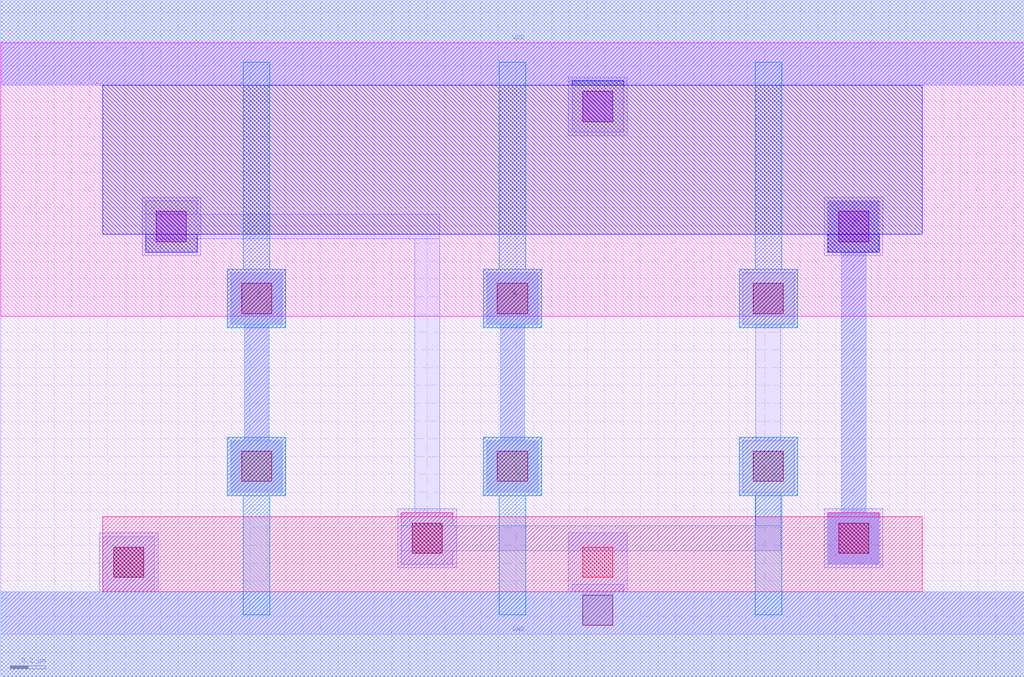
<source format=lef>
MACRO OR2X1
 CLASS CORE ;
 FOREIGN OR2X1 0 0 ;
 ORIGIN 0 0 ;
 SYMMETRY X Y R90 ;
 SITE UNIT ;
  PIN VDD
   DIRECTION INOUT ;
   USE SIGNAL ;
   SHAPE ABUTMENT ;
    PORT
     CLASS CORE ;
       LAYER metal2 ;
        RECT 0.00000000 3.09000000 5.76000000 3.57000000 ;
    END
  END VDD

  PIN GND
   DIRECTION INOUT ;
   USE SIGNAL ;
   SHAPE ABUTMENT ;
    PORT
     CLASS CORE ;
       LAYER metal2 ;
        RECT 0.00000000 -0.24000000 5.76000000 0.24000000 ;
    END
  END GND

  PIN Y
   DIRECTION INOUT ;
   USE SIGNAL ;
   SHAPE ABUTMENT ;
    PORT
     CLASS CORE ;
       LAYER metal2 ;
        RECT 4.65500000 0.39500000 4.94500000 0.68500000 ;
        RECT 4.73000000 0.68500000 4.87000000 2.15000000 ;
        RECT 4.65500000 2.15000000 4.94500000 2.44000000 ;
    END
  END Y

  PIN B
   DIRECTION INOUT ;
   USE SIGNAL ;
   SHAPE ABUTMENT ;
    PORT
     CLASS CORE ;
       LAYER metal2 ;
        RECT 2.73500000 0.80000000 3.02500000 1.09000000 ;
        RECT 2.81000000 1.09000000 2.95000000 1.74500000 ;
        RECT 2.73500000 1.74500000 3.02500000 2.03500000 ;
    END
  END B

  PIN A
   DIRECTION INOUT ;
   USE SIGNAL ;
   SHAPE ABUTMENT ;
    PORT
     CLASS CORE ;
       LAYER metal2 ;
        RECT 1.29500000 0.80000000 1.58500000 1.09000000 ;
        RECT 1.37000000 1.09000000 1.51000000 1.74500000 ;
        RECT 1.29500000 1.74500000 1.58500000 2.03500000 ;
    END
  END A

  OBS
   LAYER abutment_box ;
    RECT 0.00000000 0.00000000 5.76000000 3.33000000 ;
  END

  OBS
   LAYER metal1 ;
    RECT 0.55500000 0.24000000 0.88500000 0.57000000 ;
    RECT 3.27500000 0.05000000 3.44500000 0.24000000 ;
    RECT 3.19500000 0.24000000 3.52500000 0.57000000 ;
    RECT 2.23500000 0.37500000 2.56500000 0.70500000 ;
    RECT 4.63500000 0.37500000 4.96500000 0.70500000 ;
    RECT 1.27500000 0.78000000 1.60500000 1.11000000 ;
    RECT 2.71500000 0.78000000 3.04500000 1.11000000 ;
    RECT 4.15500000 0.78000000 4.48500000 1.11000000 ;
    RECT 1.27500000 1.72500000 1.60500000 2.05500000 ;
    RECT 2.71500000 1.72500000 3.04500000 2.05500000 ;
    RECT 4.15500000 1.72500000 4.48500000 2.05500000 ;
    RECT 0.79500000 2.13000000 1.12500000 2.46000000 ;
    RECT 4.63500000 2.13000000 4.96500000 2.46000000 ;
    RECT 3.19500000 2.80500000 3.52500000 3.13500000 ;
  END

  OBS
   LAYER metal1_label ;

  END

  OBS
   LAYER metal1_pin ;

  END

  OBS
   LAYER metal2 ;
    RECT 0.00000000 -0.24000000 5.76000000 0.24000000 ;
    RECT 3.21500000 0.24000000 3.50500000 0.28000000 ;
    RECT 0.57500000 0.24000000 0.86500000 0.55000000 ;
    RECT 1.29500000 0.80000000 1.58500000 1.09000000 ;
    RECT 1.37000000 1.09000000 1.51000000 1.74500000 ;
    RECT 1.29500000 1.74500000 1.58500000 2.03500000 ;
    RECT 2.73500000 0.80000000 3.02500000 1.09000000 ;
    RECT 2.81000000 1.09000000 2.95000000 1.74500000 ;
    RECT 2.73500000 1.74500000 3.02500000 2.03500000 ;
    RECT 2.25500000 0.39500000 2.54500000 0.47000000 ;
    RECT 2.25500000 0.47000000 4.39000000 0.61000000 ;
    RECT 2.25500000 0.61000000 2.54500000 0.68500000 ;
    RECT 4.25000000 0.61000000 4.39000000 0.80000000 ;
    RECT 4.17500000 0.80000000 4.46500000 1.09000000 ;
    RECT 4.25000000 1.09000000 4.39000000 1.74500000 ;
    RECT 4.17500000 1.74500000 4.46500000 2.03500000 ;
    RECT 0.81500000 2.15000000 1.10500000 2.22500000 ;
    RECT 2.33000000 0.68500000 2.47000000 2.22500000 ;
    RECT 0.81500000 2.22500000 2.47000000 2.36500000 ;
    RECT 0.81500000 2.36500000 1.10500000 2.44000000 ;
    RECT 4.65500000 0.39500000 4.94500000 0.68500000 ;
    RECT 4.73000000 0.68500000 4.87000000 2.15000000 ;
    RECT 4.65500000 2.15000000 4.94500000 2.44000000 ;
    RECT 3.21500000 2.82500000 3.50500000 3.09000000 ;
    RECT 0.00000000 3.09000000 5.76000000 3.57000000 ;
  END

  OBS
   LAYER metal2_label ;

  END

  OBS
   LAYER metal2_pin ;
    RECT 0.00000000 -0.24000000 5.76000000 0.24000000 ;
    RECT 1.29500000 0.80000000 1.58500000 1.09000000 ;
    RECT 1.37000000 1.09000000 1.51000000 1.74500000 ;
    RECT 1.29500000 1.74500000 1.58500000 2.03500000 ;
    RECT 2.73500000 0.80000000 3.02500000 1.09000000 ;
    RECT 2.81000000 1.09000000 2.95000000 1.74500000 ;
    RECT 2.73500000 1.74500000 3.02500000 2.03500000 ;
    RECT 4.65500000 0.39500000 4.94500000 0.68500000 ;
    RECT 4.73000000 0.68500000 4.87000000 2.15000000 ;
    RECT 4.65500000 2.15000000 4.94500000 2.44000000 ;
    RECT 0.00000000 3.09000000 5.76000000 3.57000000 ;
  END

  OBS
   LAYER ndiff_contact ;
    RECT 0.63500000 0.32000000 0.80500000 0.49000000 ;
    RECT 3.27500000 0.32000000 3.44500000 0.49000000 ;
    RECT 2.31500000 0.45500000 2.48500000 0.62500000 ;
    RECT 4.71500000 0.45500000 4.88500000 0.62500000 ;
  END

  OBS
   LAYER ndiffusion ;
    RECT 0.57500000 0.24000000 5.18500000 0.66000000 ;
    RECT 2.25500000 0.66000000 2.54500000 0.68500000 ;
    RECT 4.65500000 0.66000000 4.94500000 0.68500000 ;
  END

  OBS
   LAYER nplus ;

  END

  OBS
   LAYER nwell ;
    RECT 0.00000000 1.79000000 5.76000000 3.33000000 ;
  END

  OBS
   LAYER pdiff_contact ;
    RECT 0.87500000 2.21000000 1.04500000 2.38000000 ;
    RECT 4.71500000 2.21000000 4.88500000 2.38000000 ;
    RECT 3.27500000 2.88500000 3.44500000 3.05500000 ;
  END

  OBS
   LAYER pdiffusion ;
    RECT 0.81500000 2.15000000 1.10500000 2.25000000 ;
    RECT 4.65500000 2.15000000 4.94500000 2.25000000 ;
    RECT 0.57500000 2.25000000 5.18500000 3.09000000 ;
    RECT 3.21500000 3.09000000 3.50500000 3.11500000 ;
  END

  OBS
   LAYER poly ;
    RECT 1.36500000 0.11000000 1.51500000 0.78000000 ;
    RECT 1.27500000 0.78000000 1.60500000 1.11000000 ;
    RECT 2.80500000 0.11000000 2.95500000 0.78000000 ;
    RECT 2.71500000 0.78000000 3.04500000 1.11000000 ;
    RECT 4.24500000 0.11000000 4.39500000 0.78000000 ;
    RECT 4.15500000 0.78000000 4.48500000 1.11000000 ;
    RECT 1.27500000 1.72500000 1.60500000 2.05500000 ;
    RECT 1.36500000 2.05500000 1.51500000 3.22000000 ;
    RECT 2.71500000 1.72500000 3.04500000 2.05500000 ;
    RECT 2.80500000 2.05500000 2.95500000 3.22000000 ;
    RECT 4.15500000 1.72500000 4.48500000 2.05500000 ;
    RECT 4.24500000 2.05500000 4.39500000 3.22000000 ;
  END

  OBS
   LAYER poly_contact ;
    RECT 1.35500000 0.86000000 1.52500000 1.03000000 ;
    RECT 2.79500000 0.86000000 2.96500000 1.03000000 ;
    RECT 4.23500000 0.86000000 4.40500000 1.03000000 ;
    RECT 1.35500000 1.80500000 1.52500000 1.97500000 ;
    RECT 2.79500000 1.80500000 2.96500000 1.97500000 ;
    RECT 4.23500000 1.80500000 4.40500000 1.97500000 ;
  END

  OBS
   LAYER pplus ;

  END

  OBS
   LAYER via1 ;
    RECT 3.27500000 0.05000000 3.44500000 0.22000000 ;
    RECT 0.63500000 0.32000000 0.80500000 0.49000000 ;
    RECT 2.31500000 0.45500000 2.48500000 0.62500000 ;
    RECT 4.71500000 0.45500000 4.88500000 0.62500000 ;
    RECT 1.35500000 0.86000000 1.52500000 1.03000000 ;
    RECT 2.79500000 0.86000000 2.96500000 1.03000000 ;
    RECT 4.23500000 0.86000000 4.40500000 1.03000000 ;
    RECT 1.35500000 1.80500000 1.52500000 1.97500000 ;
    RECT 2.79500000 1.80500000 2.96500000 1.97500000 ;
    RECT 4.23500000 1.80500000 4.40500000 1.97500000 ;
    RECT 0.87500000 2.21000000 1.04500000 2.38000000 ;
    RECT 4.71500000 2.21000000 4.88500000 2.38000000 ;
    RECT 3.27500000 2.88500000 3.44500000 3.05500000 ;
  END

END OR2X1

</source>
